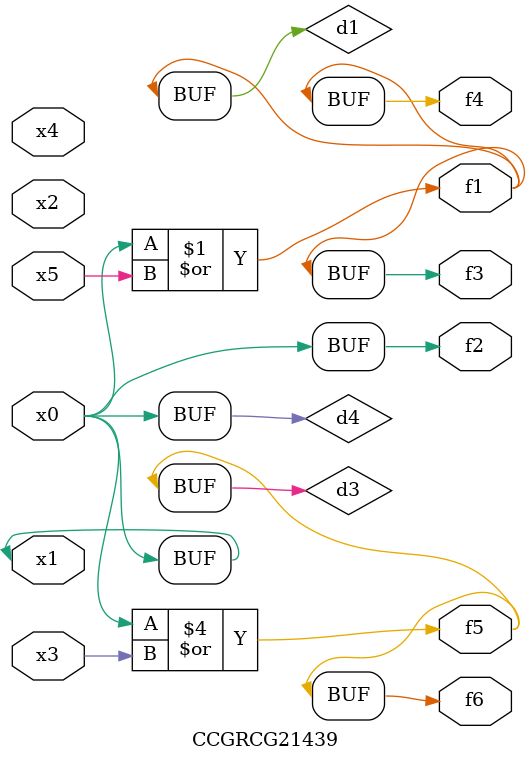
<source format=v>
module CCGRCG21439(
	input x0, x1, x2, x3, x4, x5,
	output f1, f2, f3, f4, f5, f6
);

	wire d1, d2, d3, d4;

	or (d1, x0, x5);
	xnor (d2, x1, x4);
	or (d3, x0, x3);
	buf (d4, x0, x1);
	assign f1 = d1;
	assign f2 = d4;
	assign f3 = d1;
	assign f4 = d1;
	assign f5 = d3;
	assign f6 = d3;
endmodule

</source>
